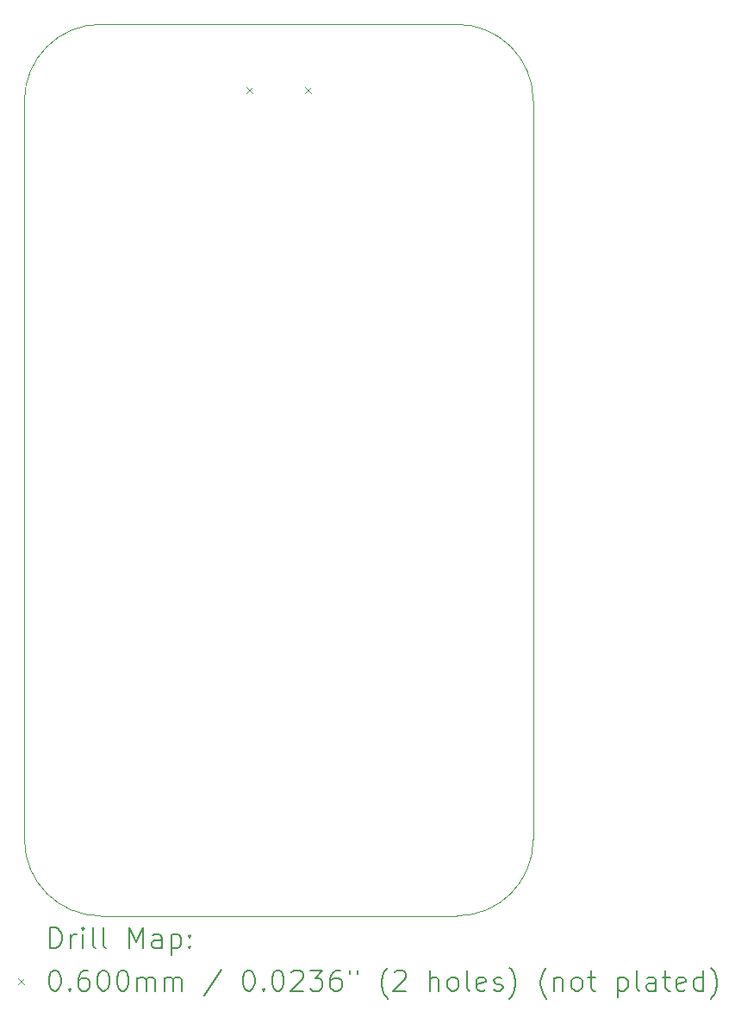
<source format=gbr>
%TF.GenerationSoftware,KiCad,Pcbnew,(6.0.11)*%
%TF.CreationDate,2023-07-13T20:03:14-03:00*%
%TF.ProjectId,Open-Tens,4f70656e-2d54-4656-9e73-2e6b69636164,rev?*%
%TF.SameCoordinates,Original*%
%TF.FileFunction,Drillmap*%
%TF.FilePolarity,Positive*%
%FSLAX45Y45*%
G04 Gerber Fmt 4.5, Leading zero omitted, Abs format (unit mm)*
G04 Created by KiCad (PCBNEW (6.0.11)) date 2023-07-13 20:03:14*
%MOMM*%
%LPD*%
G01*
G04 APERTURE LIST*
%ADD10C,0.100000*%
%ADD11C,0.200000*%
%ADD12C,0.060000*%
G04 APERTURE END LIST*
D10*
X12980000Y-13720000D02*
X12980000Y-6470000D01*
X17230000Y-14470000D02*
X13730000Y-14470000D01*
X17980000Y-6470000D02*
X17980000Y-13720000D01*
X17230000Y-5720000D02*
X13730000Y-5720000D01*
X13730000Y-5720000D02*
G75*
G03*
X12980000Y-6470000I0J-750000D01*
G01*
X12980000Y-13720000D02*
G75*
G03*
X13730000Y-14470000I750000J0D01*
G01*
X17230000Y-14470000D02*
G75*
G03*
X17980000Y-13720000I0J750000D01*
G01*
X17980000Y-6470000D02*
G75*
G03*
X17230000Y-5720000I-750000J0D01*
G01*
D11*
D12*
X15161000Y-6335000D02*
X15221000Y-6395000D01*
X15221000Y-6335000D02*
X15161000Y-6395000D01*
X15739000Y-6335000D02*
X15799000Y-6395000D01*
X15799000Y-6335000D02*
X15739000Y-6395000D01*
D11*
X13232619Y-14785476D02*
X13232619Y-14585476D01*
X13280238Y-14585476D01*
X13308809Y-14595000D01*
X13327857Y-14614048D01*
X13337381Y-14633095D01*
X13346905Y-14671190D01*
X13346905Y-14699762D01*
X13337381Y-14737857D01*
X13327857Y-14756905D01*
X13308809Y-14775952D01*
X13280238Y-14785476D01*
X13232619Y-14785476D01*
X13432619Y-14785476D02*
X13432619Y-14652143D01*
X13432619Y-14690238D02*
X13442143Y-14671190D01*
X13451667Y-14661667D01*
X13470714Y-14652143D01*
X13489762Y-14652143D01*
X13556428Y-14785476D02*
X13556428Y-14652143D01*
X13556428Y-14585476D02*
X13546905Y-14595000D01*
X13556428Y-14604524D01*
X13565952Y-14595000D01*
X13556428Y-14585476D01*
X13556428Y-14604524D01*
X13680238Y-14785476D02*
X13661190Y-14775952D01*
X13651667Y-14756905D01*
X13651667Y-14585476D01*
X13785000Y-14785476D02*
X13765952Y-14775952D01*
X13756428Y-14756905D01*
X13756428Y-14585476D01*
X14013571Y-14785476D02*
X14013571Y-14585476D01*
X14080238Y-14728333D01*
X14146905Y-14585476D01*
X14146905Y-14785476D01*
X14327857Y-14785476D02*
X14327857Y-14680714D01*
X14318333Y-14661667D01*
X14299286Y-14652143D01*
X14261190Y-14652143D01*
X14242143Y-14661667D01*
X14327857Y-14775952D02*
X14308809Y-14785476D01*
X14261190Y-14785476D01*
X14242143Y-14775952D01*
X14232619Y-14756905D01*
X14232619Y-14737857D01*
X14242143Y-14718809D01*
X14261190Y-14709286D01*
X14308809Y-14709286D01*
X14327857Y-14699762D01*
X14423095Y-14652143D02*
X14423095Y-14852143D01*
X14423095Y-14661667D02*
X14442143Y-14652143D01*
X14480238Y-14652143D01*
X14499286Y-14661667D01*
X14508809Y-14671190D01*
X14518333Y-14690238D01*
X14518333Y-14747381D01*
X14508809Y-14766428D01*
X14499286Y-14775952D01*
X14480238Y-14785476D01*
X14442143Y-14785476D01*
X14423095Y-14775952D01*
X14604048Y-14766428D02*
X14613571Y-14775952D01*
X14604048Y-14785476D01*
X14594524Y-14775952D01*
X14604048Y-14766428D01*
X14604048Y-14785476D01*
X14604048Y-14661667D02*
X14613571Y-14671190D01*
X14604048Y-14680714D01*
X14594524Y-14671190D01*
X14604048Y-14661667D01*
X14604048Y-14680714D01*
D12*
X12915000Y-15085000D02*
X12975000Y-15145000D01*
X12975000Y-15085000D02*
X12915000Y-15145000D01*
D11*
X13270714Y-15005476D02*
X13289762Y-15005476D01*
X13308809Y-15015000D01*
X13318333Y-15024524D01*
X13327857Y-15043571D01*
X13337381Y-15081667D01*
X13337381Y-15129286D01*
X13327857Y-15167381D01*
X13318333Y-15186428D01*
X13308809Y-15195952D01*
X13289762Y-15205476D01*
X13270714Y-15205476D01*
X13251667Y-15195952D01*
X13242143Y-15186428D01*
X13232619Y-15167381D01*
X13223095Y-15129286D01*
X13223095Y-15081667D01*
X13232619Y-15043571D01*
X13242143Y-15024524D01*
X13251667Y-15015000D01*
X13270714Y-15005476D01*
X13423095Y-15186428D02*
X13432619Y-15195952D01*
X13423095Y-15205476D01*
X13413571Y-15195952D01*
X13423095Y-15186428D01*
X13423095Y-15205476D01*
X13604048Y-15005476D02*
X13565952Y-15005476D01*
X13546905Y-15015000D01*
X13537381Y-15024524D01*
X13518333Y-15053095D01*
X13508809Y-15091190D01*
X13508809Y-15167381D01*
X13518333Y-15186428D01*
X13527857Y-15195952D01*
X13546905Y-15205476D01*
X13585000Y-15205476D01*
X13604048Y-15195952D01*
X13613571Y-15186428D01*
X13623095Y-15167381D01*
X13623095Y-15119762D01*
X13613571Y-15100714D01*
X13604048Y-15091190D01*
X13585000Y-15081667D01*
X13546905Y-15081667D01*
X13527857Y-15091190D01*
X13518333Y-15100714D01*
X13508809Y-15119762D01*
X13746905Y-15005476D02*
X13765952Y-15005476D01*
X13785000Y-15015000D01*
X13794524Y-15024524D01*
X13804048Y-15043571D01*
X13813571Y-15081667D01*
X13813571Y-15129286D01*
X13804048Y-15167381D01*
X13794524Y-15186428D01*
X13785000Y-15195952D01*
X13765952Y-15205476D01*
X13746905Y-15205476D01*
X13727857Y-15195952D01*
X13718333Y-15186428D01*
X13708809Y-15167381D01*
X13699286Y-15129286D01*
X13699286Y-15081667D01*
X13708809Y-15043571D01*
X13718333Y-15024524D01*
X13727857Y-15015000D01*
X13746905Y-15005476D01*
X13937381Y-15005476D02*
X13956428Y-15005476D01*
X13975476Y-15015000D01*
X13985000Y-15024524D01*
X13994524Y-15043571D01*
X14004048Y-15081667D01*
X14004048Y-15129286D01*
X13994524Y-15167381D01*
X13985000Y-15186428D01*
X13975476Y-15195952D01*
X13956428Y-15205476D01*
X13937381Y-15205476D01*
X13918333Y-15195952D01*
X13908809Y-15186428D01*
X13899286Y-15167381D01*
X13889762Y-15129286D01*
X13889762Y-15081667D01*
X13899286Y-15043571D01*
X13908809Y-15024524D01*
X13918333Y-15015000D01*
X13937381Y-15005476D01*
X14089762Y-15205476D02*
X14089762Y-15072143D01*
X14089762Y-15091190D02*
X14099286Y-15081667D01*
X14118333Y-15072143D01*
X14146905Y-15072143D01*
X14165952Y-15081667D01*
X14175476Y-15100714D01*
X14175476Y-15205476D01*
X14175476Y-15100714D02*
X14185000Y-15081667D01*
X14204048Y-15072143D01*
X14232619Y-15072143D01*
X14251667Y-15081667D01*
X14261190Y-15100714D01*
X14261190Y-15205476D01*
X14356428Y-15205476D02*
X14356428Y-15072143D01*
X14356428Y-15091190D02*
X14365952Y-15081667D01*
X14385000Y-15072143D01*
X14413571Y-15072143D01*
X14432619Y-15081667D01*
X14442143Y-15100714D01*
X14442143Y-15205476D01*
X14442143Y-15100714D02*
X14451667Y-15081667D01*
X14470714Y-15072143D01*
X14499286Y-15072143D01*
X14518333Y-15081667D01*
X14527857Y-15100714D01*
X14527857Y-15205476D01*
X14918333Y-14995952D02*
X14746905Y-15253095D01*
X15175476Y-15005476D02*
X15194524Y-15005476D01*
X15213571Y-15015000D01*
X15223095Y-15024524D01*
X15232619Y-15043571D01*
X15242143Y-15081667D01*
X15242143Y-15129286D01*
X15232619Y-15167381D01*
X15223095Y-15186428D01*
X15213571Y-15195952D01*
X15194524Y-15205476D01*
X15175476Y-15205476D01*
X15156428Y-15195952D01*
X15146905Y-15186428D01*
X15137381Y-15167381D01*
X15127857Y-15129286D01*
X15127857Y-15081667D01*
X15137381Y-15043571D01*
X15146905Y-15024524D01*
X15156428Y-15015000D01*
X15175476Y-15005476D01*
X15327857Y-15186428D02*
X15337381Y-15195952D01*
X15327857Y-15205476D01*
X15318333Y-15195952D01*
X15327857Y-15186428D01*
X15327857Y-15205476D01*
X15461190Y-15005476D02*
X15480238Y-15005476D01*
X15499286Y-15015000D01*
X15508809Y-15024524D01*
X15518333Y-15043571D01*
X15527857Y-15081667D01*
X15527857Y-15129286D01*
X15518333Y-15167381D01*
X15508809Y-15186428D01*
X15499286Y-15195952D01*
X15480238Y-15205476D01*
X15461190Y-15205476D01*
X15442143Y-15195952D01*
X15432619Y-15186428D01*
X15423095Y-15167381D01*
X15413571Y-15129286D01*
X15413571Y-15081667D01*
X15423095Y-15043571D01*
X15432619Y-15024524D01*
X15442143Y-15015000D01*
X15461190Y-15005476D01*
X15604048Y-15024524D02*
X15613571Y-15015000D01*
X15632619Y-15005476D01*
X15680238Y-15005476D01*
X15699286Y-15015000D01*
X15708809Y-15024524D01*
X15718333Y-15043571D01*
X15718333Y-15062619D01*
X15708809Y-15091190D01*
X15594524Y-15205476D01*
X15718333Y-15205476D01*
X15785000Y-15005476D02*
X15908809Y-15005476D01*
X15842143Y-15081667D01*
X15870714Y-15081667D01*
X15889762Y-15091190D01*
X15899286Y-15100714D01*
X15908809Y-15119762D01*
X15908809Y-15167381D01*
X15899286Y-15186428D01*
X15889762Y-15195952D01*
X15870714Y-15205476D01*
X15813571Y-15205476D01*
X15794524Y-15195952D01*
X15785000Y-15186428D01*
X16080238Y-15005476D02*
X16042143Y-15005476D01*
X16023095Y-15015000D01*
X16013571Y-15024524D01*
X15994524Y-15053095D01*
X15985000Y-15091190D01*
X15985000Y-15167381D01*
X15994524Y-15186428D01*
X16004048Y-15195952D01*
X16023095Y-15205476D01*
X16061190Y-15205476D01*
X16080238Y-15195952D01*
X16089762Y-15186428D01*
X16099286Y-15167381D01*
X16099286Y-15119762D01*
X16089762Y-15100714D01*
X16080238Y-15091190D01*
X16061190Y-15081667D01*
X16023095Y-15081667D01*
X16004048Y-15091190D01*
X15994524Y-15100714D01*
X15985000Y-15119762D01*
X16175476Y-15005476D02*
X16175476Y-15043571D01*
X16251667Y-15005476D02*
X16251667Y-15043571D01*
X16546905Y-15281667D02*
X16537381Y-15272143D01*
X16518333Y-15243571D01*
X16508809Y-15224524D01*
X16499286Y-15195952D01*
X16489762Y-15148333D01*
X16489762Y-15110238D01*
X16499286Y-15062619D01*
X16508809Y-15034048D01*
X16518333Y-15015000D01*
X16537381Y-14986428D01*
X16546905Y-14976905D01*
X16613571Y-15024524D02*
X16623095Y-15015000D01*
X16642143Y-15005476D01*
X16689762Y-15005476D01*
X16708809Y-15015000D01*
X16718333Y-15024524D01*
X16727857Y-15043571D01*
X16727857Y-15062619D01*
X16718333Y-15091190D01*
X16604048Y-15205476D01*
X16727857Y-15205476D01*
X16965952Y-15205476D02*
X16965952Y-15005476D01*
X17051667Y-15205476D02*
X17051667Y-15100714D01*
X17042143Y-15081667D01*
X17023095Y-15072143D01*
X16994524Y-15072143D01*
X16975476Y-15081667D01*
X16965952Y-15091190D01*
X17175476Y-15205476D02*
X17156429Y-15195952D01*
X17146905Y-15186428D01*
X17137381Y-15167381D01*
X17137381Y-15110238D01*
X17146905Y-15091190D01*
X17156429Y-15081667D01*
X17175476Y-15072143D01*
X17204048Y-15072143D01*
X17223095Y-15081667D01*
X17232619Y-15091190D01*
X17242143Y-15110238D01*
X17242143Y-15167381D01*
X17232619Y-15186428D01*
X17223095Y-15195952D01*
X17204048Y-15205476D01*
X17175476Y-15205476D01*
X17356429Y-15205476D02*
X17337381Y-15195952D01*
X17327857Y-15176905D01*
X17327857Y-15005476D01*
X17508810Y-15195952D02*
X17489762Y-15205476D01*
X17451667Y-15205476D01*
X17432619Y-15195952D01*
X17423095Y-15176905D01*
X17423095Y-15100714D01*
X17432619Y-15081667D01*
X17451667Y-15072143D01*
X17489762Y-15072143D01*
X17508810Y-15081667D01*
X17518333Y-15100714D01*
X17518333Y-15119762D01*
X17423095Y-15138809D01*
X17594524Y-15195952D02*
X17613571Y-15205476D01*
X17651667Y-15205476D01*
X17670714Y-15195952D01*
X17680238Y-15176905D01*
X17680238Y-15167381D01*
X17670714Y-15148333D01*
X17651667Y-15138809D01*
X17623095Y-15138809D01*
X17604048Y-15129286D01*
X17594524Y-15110238D01*
X17594524Y-15100714D01*
X17604048Y-15081667D01*
X17623095Y-15072143D01*
X17651667Y-15072143D01*
X17670714Y-15081667D01*
X17746905Y-15281667D02*
X17756429Y-15272143D01*
X17775476Y-15243571D01*
X17785000Y-15224524D01*
X17794524Y-15195952D01*
X17804048Y-15148333D01*
X17804048Y-15110238D01*
X17794524Y-15062619D01*
X17785000Y-15034048D01*
X17775476Y-15015000D01*
X17756429Y-14986428D01*
X17746905Y-14976905D01*
X18108810Y-15281667D02*
X18099286Y-15272143D01*
X18080238Y-15243571D01*
X18070714Y-15224524D01*
X18061190Y-15195952D01*
X18051667Y-15148333D01*
X18051667Y-15110238D01*
X18061190Y-15062619D01*
X18070714Y-15034048D01*
X18080238Y-15015000D01*
X18099286Y-14986428D01*
X18108810Y-14976905D01*
X18185000Y-15072143D02*
X18185000Y-15205476D01*
X18185000Y-15091190D02*
X18194524Y-15081667D01*
X18213571Y-15072143D01*
X18242143Y-15072143D01*
X18261190Y-15081667D01*
X18270714Y-15100714D01*
X18270714Y-15205476D01*
X18394524Y-15205476D02*
X18375476Y-15195952D01*
X18365952Y-15186428D01*
X18356429Y-15167381D01*
X18356429Y-15110238D01*
X18365952Y-15091190D01*
X18375476Y-15081667D01*
X18394524Y-15072143D01*
X18423095Y-15072143D01*
X18442143Y-15081667D01*
X18451667Y-15091190D01*
X18461190Y-15110238D01*
X18461190Y-15167381D01*
X18451667Y-15186428D01*
X18442143Y-15195952D01*
X18423095Y-15205476D01*
X18394524Y-15205476D01*
X18518333Y-15072143D02*
X18594524Y-15072143D01*
X18546905Y-15005476D02*
X18546905Y-15176905D01*
X18556429Y-15195952D01*
X18575476Y-15205476D01*
X18594524Y-15205476D01*
X18813571Y-15072143D02*
X18813571Y-15272143D01*
X18813571Y-15081667D02*
X18832619Y-15072143D01*
X18870714Y-15072143D01*
X18889762Y-15081667D01*
X18899286Y-15091190D01*
X18908810Y-15110238D01*
X18908810Y-15167381D01*
X18899286Y-15186428D01*
X18889762Y-15195952D01*
X18870714Y-15205476D01*
X18832619Y-15205476D01*
X18813571Y-15195952D01*
X19023095Y-15205476D02*
X19004048Y-15195952D01*
X18994524Y-15176905D01*
X18994524Y-15005476D01*
X19185000Y-15205476D02*
X19185000Y-15100714D01*
X19175476Y-15081667D01*
X19156429Y-15072143D01*
X19118333Y-15072143D01*
X19099286Y-15081667D01*
X19185000Y-15195952D02*
X19165952Y-15205476D01*
X19118333Y-15205476D01*
X19099286Y-15195952D01*
X19089762Y-15176905D01*
X19089762Y-15157857D01*
X19099286Y-15138809D01*
X19118333Y-15129286D01*
X19165952Y-15129286D01*
X19185000Y-15119762D01*
X19251667Y-15072143D02*
X19327857Y-15072143D01*
X19280238Y-15005476D02*
X19280238Y-15176905D01*
X19289762Y-15195952D01*
X19308810Y-15205476D01*
X19327857Y-15205476D01*
X19470714Y-15195952D02*
X19451667Y-15205476D01*
X19413571Y-15205476D01*
X19394524Y-15195952D01*
X19385000Y-15176905D01*
X19385000Y-15100714D01*
X19394524Y-15081667D01*
X19413571Y-15072143D01*
X19451667Y-15072143D01*
X19470714Y-15081667D01*
X19480238Y-15100714D01*
X19480238Y-15119762D01*
X19385000Y-15138809D01*
X19651667Y-15205476D02*
X19651667Y-15005476D01*
X19651667Y-15195952D02*
X19632619Y-15205476D01*
X19594524Y-15205476D01*
X19575476Y-15195952D01*
X19565952Y-15186428D01*
X19556429Y-15167381D01*
X19556429Y-15110238D01*
X19565952Y-15091190D01*
X19575476Y-15081667D01*
X19594524Y-15072143D01*
X19632619Y-15072143D01*
X19651667Y-15081667D01*
X19727857Y-15281667D02*
X19737381Y-15272143D01*
X19756429Y-15243571D01*
X19765952Y-15224524D01*
X19775476Y-15195952D01*
X19785000Y-15148333D01*
X19785000Y-15110238D01*
X19775476Y-15062619D01*
X19765952Y-15034048D01*
X19756429Y-15015000D01*
X19737381Y-14986428D01*
X19727857Y-14976905D01*
M02*

</source>
